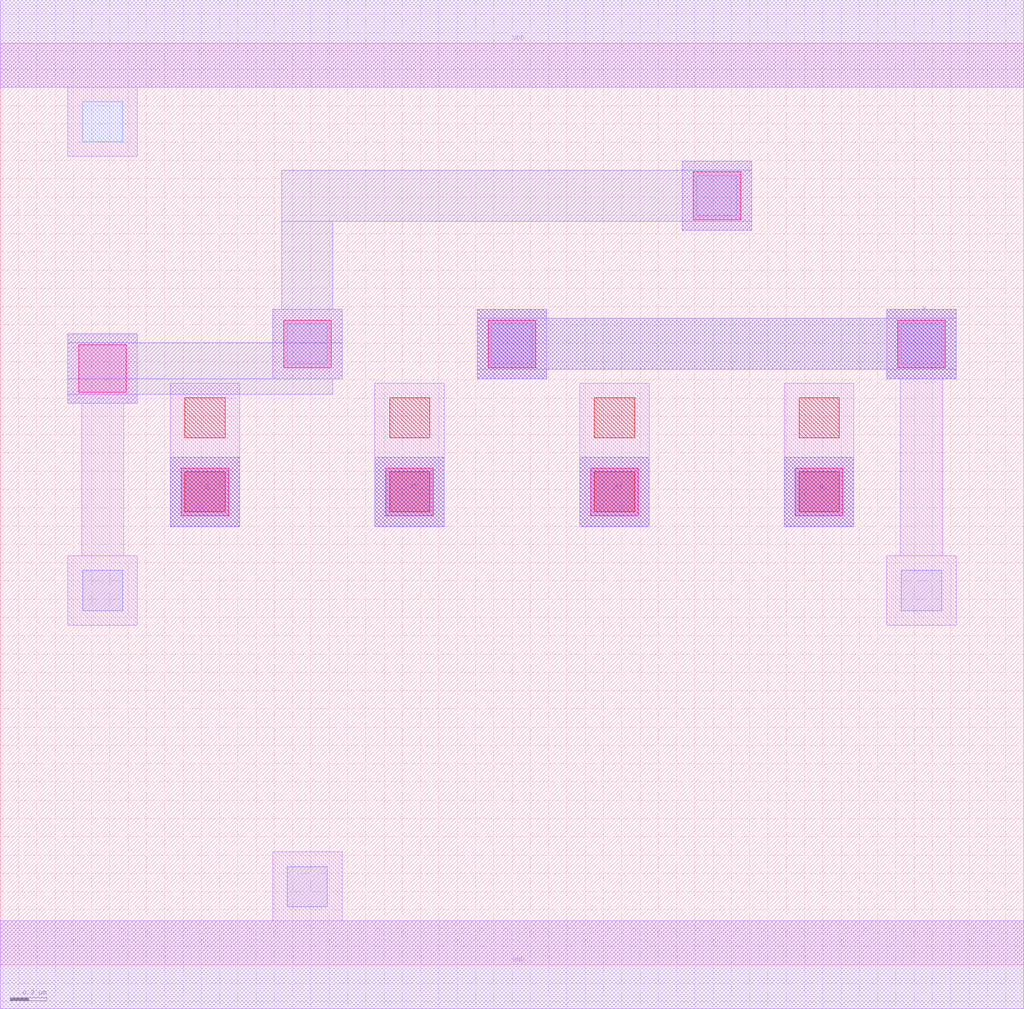
<source format=lef>
MACRO AOI31
 CLASS CORE ;
 FOREIGN AOI31 0 0 ;
 SIZE 5.6000000000000005 BY 5.04 ;
 ORIGIN 0 0 ;
 SYMMETRY X Y R90 ;
 SITE unit ;
  PIN VDD
   DIRECTION INOUT ;
   USE POWER ;
   SHAPE ABUTMENT ;
    PORT
     CLASS CORE ;
       LAYER met1 ;
        RECT 0.00000000 4.80000000 5.60000000 5.28000000 ;
    END
  END VDD

  PIN GND
   DIRECTION INOUT ;
   USE POWER ;
   SHAPE ABUTMENT ;
    PORT
     CLASS CORE ;
       LAYER met1 ;
        RECT 0.00000000 -0.24000000 5.60000000 0.24000000 ;
    END
  END GND

  PIN Y
   DIRECTION INOUT ;
   USE SIGNAL ;
   SHAPE ABUTMENT ;
    PORT
     CLASS CORE ;
       LAYER met2 ;
        RECT 2.61000000 3.20700000 2.99000000 3.25700000 ;
        RECT 4.85000000 3.20700000 5.23000000 3.25700000 ;
        RECT 2.61000000 3.25700000 5.23000000 3.53700000 ;
        RECT 2.61000000 3.53700000 2.99000000 3.58700000 ;
        RECT 4.85000000 3.53700000 5.23000000 3.58700000 ;
    END
  END Y

  PIN A
   DIRECTION INOUT ;
   USE SIGNAL ;
   SHAPE ABUTMENT ;
    PORT
     CLASS CORE ;
       LAYER met2 ;
        RECT 4.29000000 2.39700000 4.67000000 2.77700000 ;
    END
  END A

  PIN A2
   DIRECTION INOUT ;
   USE SIGNAL ;
   SHAPE ABUTMENT ;
    PORT
     CLASS CORE ;
       LAYER met2 ;
        RECT 2.05000000 2.39700000 2.43000000 2.77700000 ;
    END
  END A2

  PIN B
   DIRECTION INOUT ;
   USE SIGNAL ;
   SHAPE ABUTMENT ;
    PORT
     CLASS CORE ;
       LAYER met2 ;
        RECT 0.93000000 2.39700000 1.31000000 2.77700000 ;
    END
  END B

  PIN A1
   DIRECTION INOUT ;
   USE SIGNAL ;
   SHAPE ABUTMENT ;
    PORT
     CLASS CORE ;
       LAYER met2 ;
        RECT 3.17000000 2.39700000 3.55000000 2.77700000 ;
    END
  END A1

 OBS
    LAYER polycont ;
     RECT 1.01000000 2.47700000 1.23000000 2.69700000 ;
     RECT 2.13000000 2.47700000 2.35000000 2.69700000 ;
     RECT 3.25000000 2.47700000 3.47000000 2.69700000 ;
     RECT 4.37000000 2.47700000 4.59000000 2.69700000 ;
     RECT 1.01000000 2.88200000 1.23000000 3.10200000 ;
     RECT 2.13000000 2.88200000 2.35000000 3.10200000 ;
     RECT 3.25000000 2.88200000 3.47000000 3.10200000 ;
     RECT 4.37000000 2.88200000 4.59000000 3.10200000 ;

    LAYER pdiffc ;
     RECT 1.57000000 3.28700000 1.79000000 3.50700000 ;
     RECT 2.69000000 3.28700000 2.91000000 3.50700000 ;
     RECT 4.93000000 3.28700000 5.15000000 3.50700000 ;
     RECT 3.81000000 4.09700000 4.03000000 4.31700000 ;
     RECT 0.45000000 4.50200000 0.67000000 4.72200000 ;

    LAYER ndiffc ;
     RECT 1.57000000 0.31700000 1.79000000 0.53700000 ;
     RECT 0.45000000 1.93700000 0.67000000 2.15700000 ;
     RECT 4.93000000 1.93700000 5.15000000 2.15700000 ;

    LAYER met1 ;
     RECT 0.00000000 -0.24000000 5.60000000 0.24000000 ;
     RECT 1.49000000 0.24000000 1.87000000 0.61700000 ;
     RECT 0.93000000 2.39700000 1.31000000 3.18200000 ;
     RECT 2.05000000 2.39700000 2.43000000 3.18200000 ;
     RECT 3.17000000 2.39700000 3.55000000 3.18200000 ;
     RECT 4.29000000 2.39700000 4.67000000 3.18200000 ;
     RECT 0.37000000 1.85700000 0.75000000 2.23700000 ;
     RECT 0.44500000 2.23700000 0.67500000 3.07200000 ;
     RECT 0.37000000 3.07200000 0.75000000 3.45200000 ;
     RECT 1.49000000 3.20700000 1.87000000 3.58700000 ;
     RECT 2.61000000 3.20700000 2.99000000 3.58700000 ;
     RECT 4.85000000 1.85700000 5.23000000 2.23700000 ;
     RECT 4.92500000 2.23700000 5.15500000 3.20700000 ;
     RECT 4.85000000 3.20700000 5.23000000 3.58700000 ;
     RECT 3.73000000 4.01700000 4.11000000 4.39700000 ;
     RECT 0.37000000 4.42200000 0.75000000 4.80000000 ;
     RECT 0.00000000 4.80000000 5.60000000 5.28000000 ;

    LAYER via1 ;
     RECT 0.99000000 2.45700000 1.25000000 2.71700000 ;
     RECT 2.11000000 2.45700000 2.37000000 2.71700000 ;
     RECT 3.23000000 2.45700000 3.49000000 2.71700000 ;
     RECT 4.35000000 2.45700000 4.61000000 2.71700000 ;
     RECT 0.43000000 3.13200000 0.69000000 3.39200000 ;
     RECT 1.55000000 3.26700000 1.81000000 3.52700000 ;
     RECT 2.67000000 3.26700000 2.93000000 3.52700000 ;
     RECT 4.91000000 3.26700000 5.17000000 3.52700000 ;
     RECT 3.79000000 4.07700000 4.05000000 4.33700000 ;

    LAYER met2 ;
     RECT 0.93000000 2.39700000 1.31000000 2.77700000 ;
     RECT 2.05000000 2.39700000 2.43000000 2.77700000 ;
     RECT 3.17000000 2.39700000 3.55000000 2.77700000 ;
     RECT 4.29000000 2.39700000 4.67000000 2.77700000 ;
     RECT 2.61000000 3.20700000 2.99000000 3.25700000 ;
     RECT 4.85000000 3.20700000 5.23000000 3.25700000 ;
     RECT 2.61000000 3.25700000 5.23000000 3.53700000 ;
     RECT 2.61000000 3.53700000 2.99000000 3.58700000 ;
     RECT 4.85000000 3.53700000 5.23000000 3.58700000 ;
     RECT 0.37000000 3.07200000 0.75000000 3.12200000 ;
     RECT 0.37000000 3.12200000 1.82000000 3.20700000 ;
     RECT 0.37000000 3.20700000 1.87000000 3.40200000 ;
     RECT 0.37000000 3.40200000 0.75000000 3.45200000 ;
     RECT 1.49000000 3.40200000 1.87000000 3.58700000 ;
     RECT 1.54000000 3.58700000 1.82000000 4.06700000 ;
     RECT 3.73000000 4.01700000 4.11000000 4.06700000 ;
     RECT 1.54000000 4.06700000 4.11000000 4.34700000 ;
     RECT 3.73000000 4.34700000 4.11000000 4.39700000 ;

 END
END AOI31

</source>
